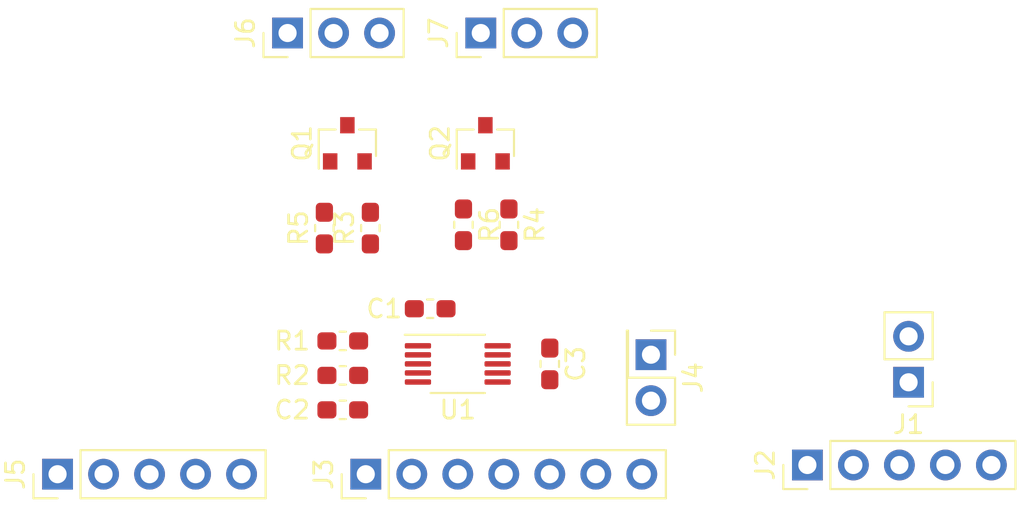
<source format=kicad_pcb>
(kicad_pcb (version 20171130) (host pcbnew "(5.1.6)-1")

  (general
    (thickness 1.6)
    (drawings 0)
    (tracks 0)
    (zones 0)
    (modules 19)
    (nets 19)
  )

  (page A4)
  (layers
    (0 F.Cu signal)
    (31 B.Cu signal)
    (32 B.Adhes user)
    (33 F.Adhes user)
    (34 B.Paste user)
    (35 F.Paste user)
    (36 B.SilkS user)
    (37 F.SilkS user)
    (38 B.Mask user)
    (39 F.Mask user)
    (40 Dwgs.User user)
    (41 Cmts.User user)
    (42 Eco1.User user)
    (43 Eco2.User user)
    (44 Edge.Cuts user)
    (45 Margin user)
    (46 B.CrtYd user)
    (47 F.CrtYd user)
    (48 B.Fab user)
    (49 F.Fab user hide)
  )

  (setup
    (last_trace_width 0.25)
    (trace_clearance 0.2)
    (zone_clearance 0.508)
    (zone_45_only no)
    (trace_min 0.2)
    (via_size 0.8)
    (via_drill 0.4)
    (via_min_size 0.4)
    (via_min_drill 0.3)
    (uvia_size 0.3)
    (uvia_drill 0.1)
    (uvias_allowed no)
    (uvia_min_size 0.2)
    (uvia_min_drill 0.1)
    (edge_width 0.05)
    (segment_width 0.2)
    (pcb_text_width 0.3)
    (pcb_text_size 1.5 1.5)
    (mod_edge_width 0.12)
    (mod_text_size 1 1)
    (mod_text_width 0.15)
    (pad_size 1.524 1.524)
    (pad_drill 0.762)
    (pad_to_mask_clearance 0.05)
    (aux_axis_origin 0 0)
    (visible_elements FFFFFF7F)
    (pcbplotparams
      (layerselection 0x010fc_ffffffff)
      (usegerberextensions false)
      (usegerberattributes true)
      (usegerberadvancedattributes true)
      (creategerberjobfile true)
      (excludeedgelayer true)
      (linewidth 0.100000)
      (plotframeref false)
      (viasonmask false)
      (mode 1)
      (useauxorigin false)
      (hpglpennumber 1)
      (hpglpenspeed 20)
      (hpglpendiameter 15.000000)
      (psnegative false)
      (psa4output false)
      (plotreference true)
      (plotvalue true)
      (plotinvisibletext false)
      (padsonsilk false)
      (subtractmaskfromsilk false)
      (outputformat 1)
      (mirror false)
      (drillshape 1)
      (scaleselection 1)
      (outputdirectory ""))
  )

  (net 0 "")
  (net 1 GND)
  (net 2 "Net-(C1-Pad1)")
  (net 3 /INT)
  (net 4 "Net-(C2-Pad1)")
  (net 5 +3V3)
  (net 6 /VBAT)
  (net 7 /SCL)
  (net 8 /SDA)
  (net 9 /SERVO1)
  (net 10 /SERVO2)
  (net 11 "Net-(J3-Pad5)")
  (net 12 +5V)
  (net 13 "Net-(J4-Pad2)")
  (net 14 "Net-(J4-Pad1)")
  (net 15 /PG)
  (net 16 /EN)
  (net 17 "Net-(J6-Pad1)")
  (net 18 "Net-(J7-Pad1)")

  (net_class Default "This is the default net class."
    (clearance 0.2)
    (trace_width 0.25)
    (via_dia 0.8)
    (via_drill 0.4)
    (uvia_dia 0.3)
    (uvia_drill 0.1)
    (add_net +3V3)
    (add_net +5V)
    (add_net /EN)
    (add_net /INT)
    (add_net /PG)
    (add_net /SCL)
    (add_net /SDA)
    (add_net /SERVO1)
    (add_net /SERVO2)
    (add_net /VBAT)
    (add_net GND)
    (add_net "Net-(C1-Pad1)")
    (add_net "Net-(C2-Pad1)")
    (add_net "Net-(J3-Pad5)")
    (add_net "Net-(J4-Pad1)")
    (add_net "Net-(J4-Pad2)")
    (add_net "Net-(J6-Pad1)")
    (add_net "Net-(J7-Pad1)")
  )

  (module Package_SO:VSSOP-10_3x3mm_P0.5mm (layer F.Cu) (tedit 5D9F72B2) (tstamp 5FAA3B7F)
    (at 93.98 71.12)
    (descr "VSSOP, 10 Pin (http://www.ti.com/lit/ds/symlink/ads1115.pdf), generated with kicad-footprint-generator ipc_gullwing_generator.py")
    (tags "VSSOP SO")
    (path /5FA9BF1E)
    (attr smd)
    (fp_text reference U1 (at 0 2.54) (layer F.SilkS)
      (effects (font (size 1 1) (thickness 0.15)))
    )
    (fp_text value DRV2605 (at 0 2.45) (layer F.Fab)
      (effects (font (size 1 1) (thickness 0.15)))
    )
    (fp_text user %R (at 0 0) (layer F.Fab)
      (effects (font (size 0.75 0.75) (thickness 0.11)))
    )
    (fp_line (start 0 1.61) (end 1.5 1.61) (layer F.SilkS) (width 0.12))
    (fp_line (start 0 1.61) (end -1.5 1.61) (layer F.SilkS) (width 0.12))
    (fp_line (start 0 -1.61) (end 1.5 -1.61) (layer F.SilkS) (width 0.12))
    (fp_line (start 0 -1.61) (end -2.925 -1.61) (layer F.SilkS) (width 0.12))
    (fp_line (start -0.75 -1.5) (end 1.5 -1.5) (layer F.Fab) (width 0.1))
    (fp_line (start 1.5 -1.5) (end 1.5 1.5) (layer F.Fab) (width 0.1))
    (fp_line (start 1.5 1.5) (end -1.5 1.5) (layer F.Fab) (width 0.1))
    (fp_line (start -1.5 1.5) (end -1.5 -0.75) (layer F.Fab) (width 0.1))
    (fp_line (start -1.5 -0.75) (end -0.75 -1.5) (layer F.Fab) (width 0.1))
    (fp_line (start -3.18 -1.75) (end -3.18 1.75) (layer F.CrtYd) (width 0.05))
    (fp_line (start -3.18 1.75) (end 3.18 1.75) (layer F.CrtYd) (width 0.05))
    (fp_line (start 3.18 1.75) (end 3.18 -1.75) (layer F.CrtYd) (width 0.05))
    (fp_line (start 3.18 -1.75) (end -3.18 -1.75) (layer F.CrtYd) (width 0.05))
    (pad 10 smd roundrect (at 2.2 -1) (size 1.45 0.3) (layers F.Cu F.Paste F.Mask) (roundrect_rratio 0.25)
      (net 5 +3V3))
    (pad 9 smd roundrect (at 2.2 -0.5) (size 1.45 0.3) (layers F.Cu F.Paste F.Mask) (roundrect_rratio 0.25)
      (net 14 "Net-(J4-Pad1)"))
    (pad 8 smd roundrect (at 2.2 0) (size 1.45 0.3) (layers F.Cu F.Paste F.Mask) (roundrect_rratio 0.25)
      (net 1 GND))
    (pad 7 smd roundrect (at 2.2 0.5) (size 1.45 0.3) (layers F.Cu F.Paste F.Mask) (roundrect_rratio 0.25)
      (net 13 "Net-(J4-Pad2)"))
    (pad 6 smd roundrect (at 2.2 1) (size 1.45 0.3) (layers F.Cu F.Paste F.Mask) (roundrect_rratio 0.25)
      (net 5 +3V3))
    (pad 5 smd roundrect (at -2.2 1) (size 1.45 0.3) (layers F.Cu F.Paste F.Mask) (roundrect_rratio 0.25)
      (net 5 +3V3))
    (pad 4 smd roundrect (at -2.2 0.5) (size 1.45 0.3) (layers F.Cu F.Paste F.Mask) (roundrect_rratio 0.25)
      (net 4 "Net-(C2-Pad1)"))
    (pad 3 smd roundrect (at -2.2 0) (size 1.45 0.3) (layers F.Cu F.Paste F.Mask) (roundrect_rratio 0.25)
      (net 8 /SDA))
    (pad 2 smd roundrect (at -2.2 -0.5) (size 1.45 0.3) (layers F.Cu F.Paste F.Mask) (roundrect_rratio 0.25)
      (net 7 /SCL))
    (pad 1 smd roundrect (at -2.2 -1) (size 1.45 0.3) (layers F.Cu F.Paste F.Mask) (roundrect_rratio 0.25)
      (net 2 "Net-(C1-Pad1)"))
    (model ${KISYS3DMOD}/Package_SO.3dshapes/VSSOP-10_3x3mm_P0.5mm.wrl
      (at (xyz 0 0 0))
      (scale (xyz 1 1 1))
      (rotate (xyz 0 0 0))
    )
  )

  (module Resistor_SMD:R_0603_1608Metric_Pad1.05x0.95mm_HandSolder (layer F.Cu) (tedit 5B301BBD) (tstamp 5FAA3B63)
    (at 94.294 63.432 270)
    (descr "Resistor SMD 0603 (1608 Metric), square (rectangular) end terminal, IPC_7351 nominal with elongated pad for handsoldering. (Body size source: http://www.tortai-tech.com/upload/download/2011102023233369053.pdf), generated with kicad-footprint-generator")
    (tags "resistor handsolder")
    (path /5FAC402D)
    (attr smd)
    (fp_text reference R6 (at 0 -1.43 90) (layer F.SilkS)
      (effects (font (size 1 1) (thickness 0.15)))
    )
    (fp_text value 10k (at 0 1.43 90) (layer F.Fab)
      (effects (font (size 1 1) (thickness 0.15)))
    )
    (fp_text user %R (at 0 0 90) (layer F.Fab)
      (effects (font (size 0.4 0.4) (thickness 0.06)))
    )
    (fp_line (start -0.8 0.4) (end -0.8 -0.4) (layer F.Fab) (width 0.1))
    (fp_line (start -0.8 -0.4) (end 0.8 -0.4) (layer F.Fab) (width 0.1))
    (fp_line (start 0.8 -0.4) (end 0.8 0.4) (layer F.Fab) (width 0.1))
    (fp_line (start 0.8 0.4) (end -0.8 0.4) (layer F.Fab) (width 0.1))
    (fp_line (start -0.171267 -0.51) (end 0.171267 -0.51) (layer F.SilkS) (width 0.12))
    (fp_line (start -0.171267 0.51) (end 0.171267 0.51) (layer F.SilkS) (width 0.12))
    (fp_line (start -1.65 0.73) (end -1.65 -0.73) (layer F.CrtYd) (width 0.05))
    (fp_line (start -1.65 -0.73) (end 1.65 -0.73) (layer F.CrtYd) (width 0.05))
    (fp_line (start 1.65 -0.73) (end 1.65 0.73) (layer F.CrtYd) (width 0.05))
    (fp_line (start 1.65 0.73) (end -1.65 0.73) (layer F.CrtYd) (width 0.05))
    (pad 2 smd roundrect (at 0.875 0 270) (size 1.05 0.95) (layers F.Cu F.Paste F.Mask) (roundrect_rratio 0.25)
      (net 18 "Net-(J7-Pad1)"))
    (pad 1 smd roundrect (at -0.875 0 270) (size 1.05 0.95) (layers F.Cu F.Paste F.Mask) (roundrect_rratio 0.25)
      (net 12 +5V))
    (model ${KISYS3DMOD}/Resistor_SMD.3dshapes/R_0603_1608Metric.wrl
      (at (xyz 0 0 0))
      (scale (xyz 1 1 1))
      (rotate (xyz 0 0 0))
    )
  )

  (module Resistor_SMD:R_0603_1608Metric_Pad1.05x0.95mm_HandSolder (layer F.Cu) (tedit 5B301BBD) (tstamp 5FAA3F43)
    (at 86.614 63.613 90)
    (descr "Resistor SMD 0603 (1608 Metric), square (rectangular) end terminal, IPC_7351 nominal with elongated pad for handsoldering. (Body size source: http://www.tortai-tech.com/upload/download/2011102023233369053.pdf), generated with kicad-footprint-generator")
    (tags "resistor handsolder")
    (path /5FAAB4AF)
    (attr smd)
    (fp_text reference R5 (at 0 -1.43 90) (layer F.SilkS)
      (effects (font (size 1 1) (thickness 0.15)))
    )
    (fp_text value 10k (at 0 1.43 90) (layer F.Fab)
      (effects (font (size 1 1) (thickness 0.15)))
    )
    (fp_text user %R (at 0 0 90) (layer F.Fab)
      (effects (font (size 0.4 0.4) (thickness 0.06)))
    )
    (fp_line (start -0.8 0.4) (end -0.8 -0.4) (layer F.Fab) (width 0.1))
    (fp_line (start -0.8 -0.4) (end 0.8 -0.4) (layer F.Fab) (width 0.1))
    (fp_line (start 0.8 -0.4) (end 0.8 0.4) (layer F.Fab) (width 0.1))
    (fp_line (start 0.8 0.4) (end -0.8 0.4) (layer F.Fab) (width 0.1))
    (fp_line (start -0.171267 -0.51) (end 0.171267 -0.51) (layer F.SilkS) (width 0.12))
    (fp_line (start -0.171267 0.51) (end 0.171267 0.51) (layer F.SilkS) (width 0.12))
    (fp_line (start -1.65 0.73) (end -1.65 -0.73) (layer F.CrtYd) (width 0.05))
    (fp_line (start -1.65 -0.73) (end 1.65 -0.73) (layer F.CrtYd) (width 0.05))
    (fp_line (start 1.65 -0.73) (end 1.65 0.73) (layer F.CrtYd) (width 0.05))
    (fp_line (start 1.65 0.73) (end -1.65 0.73) (layer F.CrtYd) (width 0.05))
    (pad 2 smd roundrect (at 0.875 0 90) (size 1.05 0.95) (layers F.Cu F.Paste F.Mask) (roundrect_rratio 0.25)
      (net 17 "Net-(J6-Pad1)"))
    (pad 1 smd roundrect (at -0.875 0 90) (size 1.05 0.95) (layers F.Cu F.Paste F.Mask) (roundrect_rratio 0.25)
      (net 12 +5V))
    (model ${KISYS3DMOD}/Resistor_SMD.3dshapes/R_0603_1608Metric.wrl
      (at (xyz 0 0 0))
      (scale (xyz 1 1 1))
      (rotate (xyz 0 0 0))
    )
  )

  (module Resistor_SMD:R_0603_1608Metric_Pad1.05x0.95mm_HandSolder (layer F.Cu) (tedit 5B301BBD) (tstamp 5FAA3B41)
    (at 96.804 63.432 270)
    (descr "Resistor SMD 0603 (1608 Metric), square (rectangular) end terminal, IPC_7351 nominal with elongated pad for handsoldering. (Body size source: http://www.tortai-tech.com/upload/download/2011102023233369053.pdf), generated with kicad-footprint-generator")
    (tags "resistor handsolder")
    (path /5FAC4043)
    (attr smd)
    (fp_text reference R4 (at 0 -1.43 90) (layer F.SilkS)
      (effects (font (size 1 1) (thickness 0.15)))
    )
    (fp_text value 10k (at 0 1.43 90) (layer F.Fab)
      (effects (font (size 1 1) (thickness 0.15)))
    )
    (fp_text user %R (at 0 0 90) (layer F.Fab)
      (effects (font (size 0.4 0.4) (thickness 0.06)))
    )
    (fp_line (start -0.8 0.4) (end -0.8 -0.4) (layer F.Fab) (width 0.1))
    (fp_line (start -0.8 -0.4) (end 0.8 -0.4) (layer F.Fab) (width 0.1))
    (fp_line (start 0.8 -0.4) (end 0.8 0.4) (layer F.Fab) (width 0.1))
    (fp_line (start 0.8 0.4) (end -0.8 0.4) (layer F.Fab) (width 0.1))
    (fp_line (start -0.171267 -0.51) (end 0.171267 -0.51) (layer F.SilkS) (width 0.12))
    (fp_line (start -0.171267 0.51) (end 0.171267 0.51) (layer F.SilkS) (width 0.12))
    (fp_line (start -1.65 0.73) (end -1.65 -0.73) (layer F.CrtYd) (width 0.05))
    (fp_line (start -1.65 -0.73) (end 1.65 -0.73) (layer F.CrtYd) (width 0.05))
    (fp_line (start 1.65 -0.73) (end 1.65 0.73) (layer F.CrtYd) (width 0.05))
    (fp_line (start 1.65 0.73) (end -1.65 0.73) (layer F.CrtYd) (width 0.05))
    (pad 2 smd roundrect (at 0.875 0 270) (size 1.05 0.95) (layers F.Cu F.Paste F.Mask) (roundrect_rratio 0.25)
      (net 1 GND))
    (pad 1 smd roundrect (at -0.875 0 270) (size 1.05 0.95) (layers F.Cu F.Paste F.Mask) (roundrect_rratio 0.25)
      (net 10 /SERVO2))
    (model ${KISYS3DMOD}/Resistor_SMD.3dshapes/R_0603_1608Metric.wrl
      (at (xyz 0 0 0))
      (scale (xyz 1 1 1))
      (rotate (xyz 0 0 0))
    )
  )

  (module Resistor_SMD:R_0603_1608Metric_Pad1.05x0.95mm_HandSolder (layer F.Cu) (tedit 5B301BBD) (tstamp 5FAA3B30)
    (at 89.154 63.613 90)
    (descr "Resistor SMD 0603 (1608 Metric), square (rectangular) end terminal, IPC_7351 nominal with elongated pad for handsoldering. (Body size source: http://www.tortai-tech.com/upload/download/2011102023233369053.pdf), generated with kicad-footprint-generator")
    (tags "resistor handsolder")
    (path /5FAB020A)
    (attr smd)
    (fp_text reference R3 (at 0 -1.43 90) (layer F.SilkS)
      (effects (font (size 1 1) (thickness 0.15)))
    )
    (fp_text value 10k (at 0 1.43 90) (layer F.Fab)
      (effects (font (size 1 1) (thickness 0.15)))
    )
    (fp_text user %R (at 0 0 90) (layer F.Fab)
      (effects (font (size 0.4 0.4) (thickness 0.06)))
    )
    (fp_line (start -0.8 0.4) (end -0.8 -0.4) (layer F.Fab) (width 0.1))
    (fp_line (start -0.8 -0.4) (end 0.8 -0.4) (layer F.Fab) (width 0.1))
    (fp_line (start 0.8 -0.4) (end 0.8 0.4) (layer F.Fab) (width 0.1))
    (fp_line (start 0.8 0.4) (end -0.8 0.4) (layer F.Fab) (width 0.1))
    (fp_line (start -0.171267 -0.51) (end 0.171267 -0.51) (layer F.SilkS) (width 0.12))
    (fp_line (start -0.171267 0.51) (end 0.171267 0.51) (layer F.SilkS) (width 0.12))
    (fp_line (start -1.65 0.73) (end -1.65 -0.73) (layer F.CrtYd) (width 0.05))
    (fp_line (start -1.65 -0.73) (end 1.65 -0.73) (layer F.CrtYd) (width 0.05))
    (fp_line (start 1.65 -0.73) (end 1.65 0.73) (layer F.CrtYd) (width 0.05))
    (fp_line (start 1.65 0.73) (end -1.65 0.73) (layer F.CrtYd) (width 0.05))
    (pad 2 smd roundrect (at 0.875 0 90) (size 1.05 0.95) (layers F.Cu F.Paste F.Mask) (roundrect_rratio 0.25)
      (net 1 GND))
    (pad 1 smd roundrect (at -0.875 0 90) (size 1.05 0.95) (layers F.Cu F.Paste F.Mask) (roundrect_rratio 0.25)
      (net 9 /SERVO1))
    (model ${KISYS3DMOD}/Resistor_SMD.3dshapes/R_0603_1608Metric.wrl
      (at (xyz 0 0 0))
      (scale (xyz 1 1 1))
      (rotate (xyz 0 0 0))
    )
  )

  (module Resistor_SMD:R_0603_1608Metric_Pad1.05x0.95mm_HandSolder (layer F.Cu) (tedit 5B301BBD) (tstamp 5FAA3B1F)
    (at 87.63 71.755)
    (descr "Resistor SMD 0603 (1608 Metric), square (rectangular) end terminal, IPC_7351 nominal with elongated pad for handsoldering. (Body size source: http://www.tortai-tech.com/upload/download/2011102023233369053.pdf), generated with kicad-footprint-generator")
    (tags "resistor handsolder")
    (path /5FAAB80C)
    (attr smd)
    (fp_text reference R2 (at -2.794 0) (layer F.SilkS)
      (effects (font (size 1 1) (thickness 0.15)))
    )
    (fp_text value 10k (at 0 1.43) (layer F.Fab)
      (effects (font (size 1 1) (thickness 0.15)))
    )
    (fp_text user %R (at 0 0) (layer F.Fab)
      (effects (font (size 0.4 0.4) (thickness 0.06)))
    )
    (fp_line (start -0.8 0.4) (end -0.8 -0.4) (layer F.Fab) (width 0.1))
    (fp_line (start -0.8 -0.4) (end 0.8 -0.4) (layer F.Fab) (width 0.1))
    (fp_line (start 0.8 -0.4) (end 0.8 0.4) (layer F.Fab) (width 0.1))
    (fp_line (start 0.8 0.4) (end -0.8 0.4) (layer F.Fab) (width 0.1))
    (fp_line (start -0.171267 -0.51) (end 0.171267 -0.51) (layer F.SilkS) (width 0.12))
    (fp_line (start -0.171267 0.51) (end 0.171267 0.51) (layer F.SilkS) (width 0.12))
    (fp_line (start -1.65 0.73) (end -1.65 -0.73) (layer F.CrtYd) (width 0.05))
    (fp_line (start -1.65 -0.73) (end 1.65 -0.73) (layer F.CrtYd) (width 0.05))
    (fp_line (start 1.65 -0.73) (end 1.65 0.73) (layer F.CrtYd) (width 0.05))
    (fp_line (start 1.65 0.73) (end -1.65 0.73) (layer F.CrtYd) (width 0.05))
    (pad 2 smd roundrect (at 0.875 0) (size 1.05 0.95) (layers F.Cu F.Paste F.Mask) (roundrect_rratio 0.25)
      (net 7 /SCL))
    (pad 1 smd roundrect (at -0.875 0) (size 1.05 0.95) (layers F.Cu F.Paste F.Mask) (roundrect_rratio 0.25)
      (net 5 +3V3))
    (model ${KISYS3DMOD}/Resistor_SMD.3dshapes/R_0603_1608Metric.wrl
      (at (xyz 0 0 0))
      (scale (xyz 1 1 1))
      (rotate (xyz 0 0 0))
    )
  )

  (module Resistor_SMD:R_0603_1608Metric_Pad1.05x0.95mm_HandSolder (layer F.Cu) (tedit 5B301BBD) (tstamp 5FAA3B0E)
    (at 87.63 69.85)
    (descr "Resistor SMD 0603 (1608 Metric), square (rectangular) end terminal, IPC_7351 nominal with elongated pad for handsoldering. (Body size source: http://www.tortai-tech.com/upload/download/2011102023233369053.pdf), generated with kicad-footprint-generator")
    (tags "resistor handsolder")
    (path /5FAAC503)
    (attr smd)
    (fp_text reference R1 (at -2.794 0) (layer F.SilkS)
      (effects (font (size 1 1) (thickness 0.15)))
    )
    (fp_text value 10k (at 0 1.43) (layer F.Fab)
      (effects (font (size 1 1) (thickness 0.15)))
    )
    (fp_text user %R (at 0 0) (layer F.Fab)
      (effects (font (size 0.4 0.4) (thickness 0.06)))
    )
    (fp_line (start -0.8 0.4) (end -0.8 -0.4) (layer F.Fab) (width 0.1))
    (fp_line (start -0.8 -0.4) (end 0.8 -0.4) (layer F.Fab) (width 0.1))
    (fp_line (start 0.8 -0.4) (end 0.8 0.4) (layer F.Fab) (width 0.1))
    (fp_line (start 0.8 0.4) (end -0.8 0.4) (layer F.Fab) (width 0.1))
    (fp_line (start -0.171267 -0.51) (end 0.171267 -0.51) (layer F.SilkS) (width 0.12))
    (fp_line (start -0.171267 0.51) (end 0.171267 0.51) (layer F.SilkS) (width 0.12))
    (fp_line (start -1.65 0.73) (end -1.65 -0.73) (layer F.CrtYd) (width 0.05))
    (fp_line (start -1.65 -0.73) (end 1.65 -0.73) (layer F.CrtYd) (width 0.05))
    (fp_line (start 1.65 -0.73) (end 1.65 0.73) (layer F.CrtYd) (width 0.05))
    (fp_line (start 1.65 0.73) (end -1.65 0.73) (layer F.CrtYd) (width 0.05))
    (pad 2 smd roundrect (at 0.875 0) (size 1.05 0.95) (layers F.Cu F.Paste F.Mask) (roundrect_rratio 0.25)
      (net 8 /SDA))
    (pad 1 smd roundrect (at -0.875 0) (size 1.05 0.95) (layers F.Cu F.Paste F.Mask) (roundrect_rratio 0.25)
      (net 5 +3V3))
    (model ${KISYS3DMOD}/Resistor_SMD.3dshapes/R_0603_1608Metric.wrl
      (at (xyz 0 0 0))
      (scale (xyz 1 1 1))
      (rotate (xyz 0 0 0))
    )
  )

  (module Package_TO_SOT_SMD:SOT-23 (layer F.Cu) (tedit 5A02FF57) (tstamp 5FAA3AFD)
    (at 95.504 58.928 90)
    (descr "SOT-23, Standard")
    (tags SOT-23)
    (path /5FAC4019)
    (attr smd)
    (fp_text reference Q2 (at 0 -2.5 90) (layer F.SilkS)
      (effects (font (size 1 1) (thickness 0.15)))
    )
    (fp_text value BSS123 (at 0 2.5 90) (layer F.Fab)
      (effects (font (size 1 1) (thickness 0.15)))
    )
    (fp_text user %R (at 0 0) (layer F.Fab)
      (effects (font (size 0.5 0.5) (thickness 0.075)))
    )
    (fp_line (start -0.7 -0.95) (end -0.7 1.5) (layer F.Fab) (width 0.1))
    (fp_line (start -0.15 -1.52) (end 0.7 -1.52) (layer F.Fab) (width 0.1))
    (fp_line (start -0.7 -0.95) (end -0.15 -1.52) (layer F.Fab) (width 0.1))
    (fp_line (start 0.7 -1.52) (end 0.7 1.52) (layer F.Fab) (width 0.1))
    (fp_line (start -0.7 1.52) (end 0.7 1.52) (layer F.Fab) (width 0.1))
    (fp_line (start 0.76 1.58) (end 0.76 0.65) (layer F.SilkS) (width 0.12))
    (fp_line (start 0.76 -1.58) (end 0.76 -0.65) (layer F.SilkS) (width 0.12))
    (fp_line (start -1.7 -1.75) (end 1.7 -1.75) (layer F.CrtYd) (width 0.05))
    (fp_line (start 1.7 -1.75) (end 1.7 1.75) (layer F.CrtYd) (width 0.05))
    (fp_line (start 1.7 1.75) (end -1.7 1.75) (layer F.CrtYd) (width 0.05))
    (fp_line (start -1.7 1.75) (end -1.7 -1.75) (layer F.CrtYd) (width 0.05))
    (fp_line (start 0.76 -1.58) (end -1.4 -1.58) (layer F.SilkS) (width 0.12))
    (fp_line (start 0.76 1.58) (end -0.7 1.58) (layer F.SilkS) (width 0.12))
    (pad 3 smd rect (at 1 0 90) (size 0.9 0.8) (layers F.Cu F.Paste F.Mask)
      (net 18 "Net-(J7-Pad1)"))
    (pad 2 smd rect (at -1 0.95 90) (size 0.9 0.8) (layers F.Cu F.Paste F.Mask)
      (net 1 GND))
    (pad 1 smd rect (at -1 -0.95 90) (size 0.9 0.8) (layers F.Cu F.Paste F.Mask)
      (net 10 /SERVO2))
    (model ${KISYS3DMOD}/Package_TO_SOT_SMD.3dshapes/SOT-23.wrl
      (at (xyz 0 0 0))
      (scale (xyz 1 1 1))
      (rotate (xyz 0 0 0))
    )
  )

  (module Package_TO_SOT_SMD:SOT-23 (layer F.Cu) (tedit 5A02FF57) (tstamp 5FAA3AE8)
    (at 87.884 58.928 90)
    (descr "SOT-23, Standard")
    (tags SOT-23)
    (path /5FAA0700)
    (attr smd)
    (fp_text reference Q1 (at 0 -2.5 90) (layer F.SilkS)
      (effects (font (size 1 1) (thickness 0.15)))
    )
    (fp_text value BSS123 (at 0 2.5 90) (layer F.Fab)
      (effects (font (size 1 1) (thickness 0.15)))
    )
    (fp_text user %R (at 0 0) (layer F.Fab)
      (effects (font (size 0.5 0.5) (thickness 0.075)))
    )
    (fp_line (start -0.7 -0.95) (end -0.7 1.5) (layer F.Fab) (width 0.1))
    (fp_line (start -0.15 -1.52) (end 0.7 -1.52) (layer F.Fab) (width 0.1))
    (fp_line (start -0.7 -0.95) (end -0.15 -1.52) (layer F.Fab) (width 0.1))
    (fp_line (start 0.7 -1.52) (end 0.7 1.52) (layer F.Fab) (width 0.1))
    (fp_line (start -0.7 1.52) (end 0.7 1.52) (layer F.Fab) (width 0.1))
    (fp_line (start 0.76 1.58) (end 0.76 0.65) (layer F.SilkS) (width 0.12))
    (fp_line (start 0.76 -1.58) (end 0.76 -0.65) (layer F.SilkS) (width 0.12))
    (fp_line (start -1.7 -1.75) (end 1.7 -1.75) (layer F.CrtYd) (width 0.05))
    (fp_line (start 1.7 -1.75) (end 1.7 1.75) (layer F.CrtYd) (width 0.05))
    (fp_line (start 1.7 1.75) (end -1.7 1.75) (layer F.CrtYd) (width 0.05))
    (fp_line (start -1.7 1.75) (end -1.7 -1.75) (layer F.CrtYd) (width 0.05))
    (fp_line (start 0.76 -1.58) (end -1.4 -1.58) (layer F.SilkS) (width 0.12))
    (fp_line (start 0.76 1.58) (end -0.7 1.58) (layer F.SilkS) (width 0.12))
    (pad 3 smd rect (at 1 0 90) (size 0.9 0.8) (layers F.Cu F.Paste F.Mask)
      (net 17 "Net-(J6-Pad1)"))
    (pad 2 smd rect (at -1 0.95 90) (size 0.9 0.8) (layers F.Cu F.Paste F.Mask)
      (net 1 GND))
    (pad 1 smd rect (at -1 -0.95 90) (size 0.9 0.8) (layers F.Cu F.Paste F.Mask)
      (net 9 /SERVO1))
    (model ${KISYS3DMOD}/Package_TO_SOT_SMD.3dshapes/SOT-23.wrl
      (at (xyz 0 0 0))
      (scale (xyz 1 1 1))
      (rotate (xyz 0 0 0))
    )
  )

  (module Connector_PinHeader_2.54mm:PinHeader_1x03_P2.54mm_Vertical (layer F.Cu) (tedit 59FED5CC) (tstamp 5FAA3AD3)
    (at 95.25 52.832 90)
    (descr "Through hole straight pin header, 1x03, 2.54mm pitch, single row")
    (tags "Through hole pin header THT 1x03 2.54mm single row")
    (path /5FAC405E)
    (fp_text reference J7 (at 0 -2.33 90) (layer F.SilkS)
      (effects (font (size 1 1) (thickness 0.15)))
    )
    (fp_text value Conn_01x03 (at 0 7.41 90) (layer F.Fab)
      (effects (font (size 1 1) (thickness 0.15)))
    )
    (fp_text user %R (at 0 2.54) (layer F.Fab)
      (effects (font (size 1 1) (thickness 0.15)))
    )
    (fp_line (start -0.635 -1.27) (end 1.27 -1.27) (layer F.Fab) (width 0.1))
    (fp_line (start 1.27 -1.27) (end 1.27 6.35) (layer F.Fab) (width 0.1))
    (fp_line (start 1.27 6.35) (end -1.27 6.35) (layer F.Fab) (width 0.1))
    (fp_line (start -1.27 6.35) (end -1.27 -0.635) (layer F.Fab) (width 0.1))
    (fp_line (start -1.27 -0.635) (end -0.635 -1.27) (layer F.Fab) (width 0.1))
    (fp_line (start -1.33 6.41) (end 1.33 6.41) (layer F.SilkS) (width 0.12))
    (fp_line (start -1.33 1.27) (end -1.33 6.41) (layer F.SilkS) (width 0.12))
    (fp_line (start 1.33 1.27) (end 1.33 6.41) (layer F.SilkS) (width 0.12))
    (fp_line (start -1.33 1.27) (end 1.33 1.27) (layer F.SilkS) (width 0.12))
    (fp_line (start -1.33 0) (end -1.33 -1.33) (layer F.SilkS) (width 0.12))
    (fp_line (start -1.33 -1.33) (end 0 -1.33) (layer F.SilkS) (width 0.12))
    (fp_line (start -1.8 -1.8) (end -1.8 6.85) (layer F.CrtYd) (width 0.05))
    (fp_line (start -1.8 6.85) (end 1.8 6.85) (layer F.CrtYd) (width 0.05))
    (fp_line (start 1.8 6.85) (end 1.8 -1.8) (layer F.CrtYd) (width 0.05))
    (fp_line (start 1.8 -1.8) (end -1.8 -1.8) (layer F.CrtYd) (width 0.05))
    (pad 3 thru_hole oval (at 0 5.08 90) (size 1.7 1.7) (drill 1) (layers *.Cu *.Mask)
      (net 1 GND))
    (pad 2 thru_hole oval (at 0 2.54 90) (size 1.7 1.7) (drill 1) (layers *.Cu *.Mask)
      (net 12 +5V))
    (pad 1 thru_hole rect (at 0 0 90) (size 1.7 1.7) (drill 1) (layers *.Cu *.Mask)
      (net 18 "Net-(J7-Pad1)"))
    (model ${KISYS3DMOD}/Connector_PinHeader_2.54mm.3dshapes/PinHeader_1x03_P2.54mm_Vertical.wrl
      (at (xyz 0 0 0))
      (scale (xyz 1 1 1))
      (rotate (xyz 0 0 0))
    )
  )

  (module Connector_PinHeader_2.54mm:PinHeader_1x03_P2.54mm_Vertical (layer F.Cu) (tedit 59FED5CC) (tstamp 5FAA3ABC)
    (at 84.582 52.832 90)
    (descr "Through hole straight pin header, 1x03, 2.54mm pitch, single row")
    (tags "Through hole pin header THT 1x03 2.54mm single row")
    (path /5FABAFEE)
    (fp_text reference J6 (at 0 -2.33 90) (layer F.SilkS)
      (effects (font (size 1 1) (thickness 0.15)))
    )
    (fp_text value Conn_01x03 (at 0 7.41 90) (layer F.Fab)
      (effects (font (size 1 1) (thickness 0.15)))
    )
    (fp_text user %R (at 0 2.54) (layer F.Fab)
      (effects (font (size 1 1) (thickness 0.15)))
    )
    (fp_line (start -0.635 -1.27) (end 1.27 -1.27) (layer F.Fab) (width 0.1))
    (fp_line (start 1.27 -1.27) (end 1.27 6.35) (layer F.Fab) (width 0.1))
    (fp_line (start 1.27 6.35) (end -1.27 6.35) (layer F.Fab) (width 0.1))
    (fp_line (start -1.27 6.35) (end -1.27 -0.635) (layer F.Fab) (width 0.1))
    (fp_line (start -1.27 -0.635) (end -0.635 -1.27) (layer F.Fab) (width 0.1))
    (fp_line (start -1.33 6.41) (end 1.33 6.41) (layer F.SilkS) (width 0.12))
    (fp_line (start -1.33 1.27) (end -1.33 6.41) (layer F.SilkS) (width 0.12))
    (fp_line (start 1.33 1.27) (end 1.33 6.41) (layer F.SilkS) (width 0.12))
    (fp_line (start -1.33 1.27) (end 1.33 1.27) (layer F.SilkS) (width 0.12))
    (fp_line (start -1.33 0) (end -1.33 -1.33) (layer F.SilkS) (width 0.12))
    (fp_line (start -1.33 -1.33) (end 0 -1.33) (layer F.SilkS) (width 0.12))
    (fp_line (start -1.8 -1.8) (end -1.8 6.85) (layer F.CrtYd) (width 0.05))
    (fp_line (start -1.8 6.85) (end 1.8 6.85) (layer F.CrtYd) (width 0.05))
    (fp_line (start 1.8 6.85) (end 1.8 -1.8) (layer F.CrtYd) (width 0.05))
    (fp_line (start 1.8 -1.8) (end -1.8 -1.8) (layer F.CrtYd) (width 0.05))
    (pad 3 thru_hole oval (at 0 5.08 90) (size 1.7 1.7) (drill 1) (layers *.Cu *.Mask)
      (net 1 GND))
    (pad 2 thru_hole oval (at 0 2.54 90) (size 1.7 1.7) (drill 1) (layers *.Cu *.Mask)
      (net 12 +5V))
    (pad 1 thru_hole rect (at 0 0 90) (size 1.7 1.7) (drill 1) (layers *.Cu *.Mask)
      (net 17 "Net-(J6-Pad1)"))
    (model ${KISYS3DMOD}/Connector_PinHeader_2.54mm.3dshapes/PinHeader_1x03_P2.54mm_Vertical.wrl
      (at (xyz 0 0 0))
      (scale (xyz 1 1 1))
      (rotate (xyz 0 0 0))
    )
  )

  (module Connector_PinHeader_2.54mm:PinHeader_1x05_P2.54mm_Vertical (layer F.Cu) (tedit 59FED5CC) (tstamp 5FAA3AA5)
    (at 71.882 77.216 90)
    (descr "Through hole straight pin header, 1x05, 2.54mm pitch, single row")
    (tags "Through hole pin header THT 1x05 2.54mm single row")
    (path /5FAD3E6C)
    (fp_text reference J5 (at 0 -2.33 90) (layer F.SilkS)
      (effects (font (size 1 1) (thickness 0.15)))
    )
    (fp_text value Conn_01x05 (at 0 12.49 90) (layer F.Fab)
      (effects (font (size 1 1) (thickness 0.15)))
    )
    (fp_text user %R (at 0 5.08) (layer F.Fab)
      (effects (font (size 1 1) (thickness 0.15)))
    )
    (fp_line (start -0.635 -1.27) (end 1.27 -1.27) (layer F.Fab) (width 0.1))
    (fp_line (start 1.27 -1.27) (end 1.27 11.43) (layer F.Fab) (width 0.1))
    (fp_line (start 1.27 11.43) (end -1.27 11.43) (layer F.Fab) (width 0.1))
    (fp_line (start -1.27 11.43) (end -1.27 -0.635) (layer F.Fab) (width 0.1))
    (fp_line (start -1.27 -0.635) (end -0.635 -1.27) (layer F.Fab) (width 0.1))
    (fp_line (start -1.33 11.49) (end 1.33 11.49) (layer F.SilkS) (width 0.12))
    (fp_line (start -1.33 1.27) (end -1.33 11.49) (layer F.SilkS) (width 0.12))
    (fp_line (start 1.33 1.27) (end 1.33 11.49) (layer F.SilkS) (width 0.12))
    (fp_line (start -1.33 1.27) (end 1.33 1.27) (layer F.SilkS) (width 0.12))
    (fp_line (start -1.33 0) (end -1.33 -1.33) (layer F.SilkS) (width 0.12))
    (fp_line (start -1.33 -1.33) (end 0 -1.33) (layer F.SilkS) (width 0.12))
    (fp_line (start -1.8 -1.8) (end -1.8 11.95) (layer F.CrtYd) (width 0.05))
    (fp_line (start -1.8 11.95) (end 1.8 11.95) (layer F.CrtYd) (width 0.05))
    (fp_line (start 1.8 11.95) (end 1.8 -1.8) (layer F.CrtYd) (width 0.05))
    (fp_line (start 1.8 -1.8) (end -1.8 -1.8) (layer F.CrtYd) (width 0.05))
    (pad 5 thru_hole oval (at 0 10.16 90) (size 1.7 1.7) (drill 1) (layers *.Cu *.Mask)
      (net 15 /PG))
    (pad 4 thru_hole oval (at 0 7.62 90) (size 1.7 1.7) (drill 1) (layers *.Cu *.Mask)
      (net 16 /EN))
    (pad 3 thru_hole oval (at 0 5.08 90) (size 1.7 1.7) (drill 1) (layers *.Cu *.Mask)
      (net 6 /VBAT))
    (pad 2 thru_hole oval (at 0 2.54 90) (size 1.7 1.7) (drill 1) (layers *.Cu *.Mask)
      (net 1 GND))
    (pad 1 thru_hole rect (at 0 0 90) (size 1.7 1.7) (drill 1) (layers *.Cu *.Mask)
      (net 12 +5V))
    (model ${KISYS3DMOD}/Connector_PinHeader_2.54mm.3dshapes/PinHeader_1x05_P2.54mm_Vertical.wrl
      (at (xyz 0 0 0))
      (scale (xyz 1 1 1))
      (rotate (xyz 0 0 0))
    )
  )

  (module Connector_PinHeader_2.54mm:PinHeader_2x01_P2.54mm_Vertical (layer F.Cu) (tedit 59FED5CC) (tstamp 5FAA3A8C)
    (at 104.648 70.612 270)
    (descr "Through hole straight pin header, 2x01, 2.54mm pitch, double rows")
    (tags "Through hole pin header THT 2x01 2.54mm double row")
    (path /5FADBF4F)
    (fp_text reference J4 (at 1.27 -2.33 90) (layer F.SilkS)
      (effects (font (size 1 1) (thickness 0.15)))
    )
    (fp_text value Conn_01x02 (at 1.27 2.33 90) (layer F.Fab)
      (effects (font (size 1 1) (thickness 0.15)))
    )
    (fp_text user %R (at 1.27 0) (layer F.Fab)
      (effects (font (size 1 1) (thickness 0.15)))
    )
    (fp_line (start 0 -1.27) (end 3.81 -1.27) (layer F.Fab) (width 0.1))
    (fp_line (start 3.81 -1.27) (end 3.81 1.27) (layer F.Fab) (width 0.1))
    (fp_line (start 3.81 1.27) (end -1.27 1.27) (layer F.Fab) (width 0.1))
    (fp_line (start -1.27 1.27) (end -1.27 0) (layer F.Fab) (width 0.1))
    (fp_line (start -1.27 0) (end 0 -1.27) (layer F.Fab) (width 0.1))
    (fp_line (start -1.33 1.33) (end 3.87 1.33) (layer F.SilkS) (width 0.12))
    (fp_line (start -1.33 1.27) (end -1.33 1.33) (layer F.SilkS) (width 0.12))
    (fp_line (start 3.87 -1.33) (end 3.87 1.33) (layer F.SilkS) (width 0.12))
    (fp_line (start -1.33 1.27) (end 1.27 1.27) (layer F.SilkS) (width 0.12))
    (fp_line (start 1.27 1.27) (end 1.27 -1.33) (layer F.SilkS) (width 0.12))
    (fp_line (start 1.27 -1.33) (end 3.87 -1.33) (layer F.SilkS) (width 0.12))
    (fp_line (start -1.33 0) (end -1.33 -1.33) (layer F.SilkS) (width 0.12))
    (fp_line (start -1.33 -1.33) (end 0 -1.33) (layer F.SilkS) (width 0.12))
    (fp_line (start -1.8 -1.8) (end -1.8 1.8) (layer F.CrtYd) (width 0.05))
    (fp_line (start -1.8 1.8) (end 4.35 1.8) (layer F.CrtYd) (width 0.05))
    (fp_line (start 4.35 1.8) (end 4.35 -1.8) (layer F.CrtYd) (width 0.05))
    (fp_line (start 4.35 -1.8) (end -1.8 -1.8) (layer F.CrtYd) (width 0.05))
    (pad 2 thru_hole oval (at 2.54 0 270) (size 1.7 1.7) (drill 1) (layers *.Cu *.Mask)
      (net 13 "Net-(J4-Pad2)"))
    (pad 1 thru_hole rect (at 0 0 270) (size 1.7 1.7) (drill 1) (layers *.Cu *.Mask)
      (net 14 "Net-(J4-Pad1)"))
    (model ${KISYS3DMOD}/Connector_PinHeader_2.54mm.3dshapes/PinHeader_2x01_P2.54mm_Vertical.wrl
      (at (xyz 0 0 0))
      (scale (xyz 1 1 1))
      (rotate (xyz 0 0 0))
    )
  )

  (module Connector_PinHeader_2.54mm:PinHeader_1x07_P2.54mm_Vertical (layer F.Cu) (tedit 59FED5CC) (tstamp 5FAA3A74)
    (at 88.9 77.216 90)
    (descr "Through hole straight pin header, 1x07, 2.54mm pitch, single row")
    (tags "Through hole pin header THT 1x07 2.54mm single row")
    (path /5FB2A376)
    (fp_text reference J3 (at 0 -2.33 90) (layer F.SilkS)
      (effects (font (size 1 1) (thickness 0.15)))
    )
    (fp_text value Conn_01x07 (at 0 17.57 90) (layer F.Fab)
      (effects (font (size 1 1) (thickness 0.15)))
    )
    (fp_text user %R (at 0 7.62) (layer F.Fab)
      (effects (font (size 1 1) (thickness 0.15)))
    )
    (fp_line (start -0.635 -1.27) (end 1.27 -1.27) (layer F.Fab) (width 0.1))
    (fp_line (start 1.27 -1.27) (end 1.27 16.51) (layer F.Fab) (width 0.1))
    (fp_line (start 1.27 16.51) (end -1.27 16.51) (layer F.Fab) (width 0.1))
    (fp_line (start -1.27 16.51) (end -1.27 -0.635) (layer F.Fab) (width 0.1))
    (fp_line (start -1.27 -0.635) (end -0.635 -1.27) (layer F.Fab) (width 0.1))
    (fp_line (start -1.33 16.57) (end 1.33 16.57) (layer F.SilkS) (width 0.12))
    (fp_line (start -1.33 1.27) (end -1.33 16.57) (layer F.SilkS) (width 0.12))
    (fp_line (start 1.33 1.27) (end 1.33 16.57) (layer F.SilkS) (width 0.12))
    (fp_line (start -1.33 1.27) (end 1.33 1.27) (layer F.SilkS) (width 0.12))
    (fp_line (start -1.33 0) (end -1.33 -1.33) (layer F.SilkS) (width 0.12))
    (fp_line (start -1.33 -1.33) (end 0 -1.33) (layer F.SilkS) (width 0.12))
    (fp_line (start -1.8 -1.8) (end -1.8 17.05) (layer F.CrtYd) (width 0.05))
    (fp_line (start -1.8 17.05) (end 1.8 17.05) (layer F.CrtYd) (width 0.05))
    (fp_line (start 1.8 17.05) (end 1.8 -1.8) (layer F.CrtYd) (width 0.05))
    (fp_line (start 1.8 -1.8) (end -1.8 -1.8) (layer F.CrtYd) (width 0.05))
    (pad 7 thru_hole oval (at 0 15.24 90) (size 1.7 1.7) (drill 1) (layers *.Cu *.Mask)
      (net 5 +3V3))
    (pad 6 thru_hole oval (at 0 12.7 90) (size 1.7 1.7) (drill 1) (layers *.Cu *.Mask)
      (net 5 +3V3))
    (pad 5 thru_hole oval (at 0 10.16 90) (size 1.7 1.7) (drill 1) (layers *.Cu *.Mask)
      (net 11 "Net-(J3-Pad5)"))
    (pad 4 thru_hole oval (at 0 7.62 90) (size 1.7 1.7) (drill 1) (layers *.Cu *.Mask)
      (net 5 +3V3))
    (pad 3 thru_hole oval (at 0 5.08 90) (size 1.7 1.7) (drill 1) (layers *.Cu *.Mask)
      (net 12 +5V))
    (pad 2 thru_hole oval (at 0 2.54 90) (size 1.7 1.7) (drill 1) (layers *.Cu *.Mask)
      (net 1 GND))
    (pad 1 thru_hole rect (at 0 0 90) (size 1.7 1.7) (drill 1) (layers *.Cu *.Mask)
      (net 1 GND))
    (model ${KISYS3DMOD}/Connector_PinHeader_2.54mm.3dshapes/PinHeader_1x07_P2.54mm_Vertical.wrl
      (at (xyz 0 0 0))
      (scale (xyz 1 1 1))
      (rotate (xyz 0 0 0))
    )
  )

  (module Connector_PinHeader_2.54mm:PinHeader_1x05_P2.54mm_Vertical (layer F.Cu) (tedit 59FED5CC) (tstamp 5FAA3A59)
    (at 113.284 76.708 90)
    (descr "Through hole straight pin header, 1x05, 2.54mm pitch, single row")
    (tags "Through hole pin header THT 1x05 2.54mm single row")
    (path /5FB32D8E)
    (fp_text reference J2 (at 0 -2.33 90) (layer F.SilkS)
      (effects (font (size 1 1) (thickness 0.15)))
    )
    (fp_text value Conn_01x05 (at 0 12.49 90) (layer F.Fab)
      (effects (font (size 1 1) (thickness 0.15)))
    )
    (fp_text user %R (at 0 5.08) (layer F.Fab)
      (effects (font (size 1 1) (thickness 0.15)))
    )
    (fp_line (start -0.635 -1.27) (end 1.27 -1.27) (layer F.Fab) (width 0.1))
    (fp_line (start 1.27 -1.27) (end 1.27 11.43) (layer F.Fab) (width 0.1))
    (fp_line (start 1.27 11.43) (end -1.27 11.43) (layer F.Fab) (width 0.1))
    (fp_line (start -1.27 11.43) (end -1.27 -0.635) (layer F.Fab) (width 0.1))
    (fp_line (start -1.27 -0.635) (end -0.635 -1.27) (layer F.Fab) (width 0.1))
    (fp_line (start -1.33 11.49) (end 1.33 11.49) (layer F.SilkS) (width 0.12))
    (fp_line (start -1.33 1.27) (end -1.33 11.49) (layer F.SilkS) (width 0.12))
    (fp_line (start 1.33 1.27) (end 1.33 11.49) (layer F.SilkS) (width 0.12))
    (fp_line (start -1.33 1.27) (end 1.33 1.27) (layer F.SilkS) (width 0.12))
    (fp_line (start -1.33 0) (end -1.33 -1.33) (layer F.SilkS) (width 0.12))
    (fp_line (start -1.33 -1.33) (end 0 -1.33) (layer F.SilkS) (width 0.12))
    (fp_line (start -1.8 -1.8) (end -1.8 11.95) (layer F.CrtYd) (width 0.05))
    (fp_line (start -1.8 11.95) (end 1.8 11.95) (layer F.CrtYd) (width 0.05))
    (fp_line (start 1.8 11.95) (end 1.8 -1.8) (layer F.CrtYd) (width 0.05))
    (fp_line (start 1.8 -1.8) (end -1.8 -1.8) (layer F.CrtYd) (width 0.05))
    (pad 5 thru_hole oval (at 0 10.16 90) (size 1.7 1.7) (drill 1) (layers *.Cu *.Mask)
      (net 7 /SCL))
    (pad 4 thru_hole oval (at 0 7.62 90) (size 1.7 1.7) (drill 1) (layers *.Cu *.Mask)
      (net 8 /SDA))
    (pad 3 thru_hole oval (at 0 5.08 90) (size 1.7 1.7) (drill 1) (layers *.Cu *.Mask)
      (net 3 /INT))
    (pad 2 thru_hole oval (at 0 2.54 90) (size 1.7 1.7) (drill 1) (layers *.Cu *.Mask)
      (net 9 /SERVO1))
    (pad 1 thru_hole rect (at 0 0 90) (size 1.7 1.7) (drill 1) (layers *.Cu *.Mask)
      (net 10 /SERVO2))
    (model ${KISYS3DMOD}/Connector_PinHeader_2.54mm.3dshapes/PinHeader_1x05_P2.54mm_Vertical.wrl
      (at (xyz 0 0 0))
      (scale (xyz 1 1 1))
      (rotate (xyz 0 0 0))
    )
  )

  (module Connector_PinHeader_2.54mm:PinHeader_1x02_P2.54mm_Vertical (layer F.Cu) (tedit 59FED5CC) (tstamp 5FAA3A40)
    (at 118.872 72.136 180)
    (descr "Through hole straight pin header, 1x02, 2.54mm pitch, single row")
    (tags "Through hole pin header THT 1x02 2.54mm single row")
    (path /5FAA616E)
    (fp_text reference J1 (at 0 -2.33) (layer F.SilkS)
      (effects (font (size 1 1) (thickness 0.15)))
    )
    (fp_text value Conn_01x02 (at 0 4.87) (layer F.Fab)
      (effects (font (size 1 1) (thickness 0.15)))
    )
    (fp_text user %R (at 0 1.27 90) (layer F.Fab)
      (effects (font (size 1 1) (thickness 0.15)))
    )
    (fp_line (start -0.635 -1.27) (end 1.27 -1.27) (layer F.Fab) (width 0.1))
    (fp_line (start 1.27 -1.27) (end 1.27 3.81) (layer F.Fab) (width 0.1))
    (fp_line (start 1.27 3.81) (end -1.27 3.81) (layer F.Fab) (width 0.1))
    (fp_line (start -1.27 3.81) (end -1.27 -0.635) (layer F.Fab) (width 0.1))
    (fp_line (start -1.27 -0.635) (end -0.635 -1.27) (layer F.Fab) (width 0.1))
    (fp_line (start -1.33 3.87) (end 1.33 3.87) (layer F.SilkS) (width 0.12))
    (fp_line (start -1.33 1.27) (end -1.33 3.87) (layer F.SilkS) (width 0.12))
    (fp_line (start 1.33 1.27) (end 1.33 3.87) (layer F.SilkS) (width 0.12))
    (fp_line (start -1.33 1.27) (end 1.33 1.27) (layer F.SilkS) (width 0.12))
    (fp_line (start -1.33 0) (end -1.33 -1.33) (layer F.SilkS) (width 0.12))
    (fp_line (start -1.33 -1.33) (end 0 -1.33) (layer F.SilkS) (width 0.12))
    (fp_line (start -1.8 -1.8) (end -1.8 4.35) (layer F.CrtYd) (width 0.05))
    (fp_line (start -1.8 4.35) (end 1.8 4.35) (layer F.CrtYd) (width 0.05))
    (fp_line (start 1.8 4.35) (end 1.8 -1.8) (layer F.CrtYd) (width 0.05))
    (fp_line (start 1.8 -1.8) (end -1.8 -1.8) (layer F.CrtYd) (width 0.05))
    (pad 2 thru_hole oval (at 0 2.54 180) (size 1.7 1.7) (drill 1) (layers *.Cu *.Mask)
      (net 1 GND))
    (pad 1 thru_hole rect (at 0 0 180) (size 1.7 1.7) (drill 1) (layers *.Cu *.Mask)
      (net 6 /VBAT))
    (model ${KISYS3DMOD}/Connector_PinHeader_2.54mm.3dshapes/PinHeader_1x02_P2.54mm_Vertical.wrl
      (at (xyz 0 0 0))
      (scale (xyz 1 1 1))
      (rotate (xyz 0 0 0))
    )
  )

  (module Capacitor_SMD:C_0603_1608Metric_Pad1.05x0.95mm_HandSolder (layer F.Cu) (tedit 5B301BBE) (tstamp 5FAA3A2A)
    (at 99.06 71.12 270)
    (descr "Capacitor SMD 0603 (1608 Metric), square (rectangular) end terminal, IPC_7351 nominal with elongated pad for handsoldering. (Body size source: http://www.tortai-tech.com/upload/download/2011102023233369053.pdf), generated with kicad-footprint-generator")
    (tags "capacitor handsolder")
    (path /5FA9D475)
    (attr smd)
    (fp_text reference C3 (at 0 -1.43 90) (layer F.SilkS)
      (effects (font (size 1 1) (thickness 0.15)))
    )
    (fp_text value 1u (at 0 1.43 90) (layer F.Fab)
      (effects (font (size 1 1) (thickness 0.15)))
    )
    (fp_text user %R (at 0 0 90) (layer F.Fab)
      (effects (font (size 0.4 0.4) (thickness 0.06)))
    )
    (fp_line (start -0.8 0.4) (end -0.8 -0.4) (layer F.Fab) (width 0.1))
    (fp_line (start -0.8 -0.4) (end 0.8 -0.4) (layer F.Fab) (width 0.1))
    (fp_line (start 0.8 -0.4) (end 0.8 0.4) (layer F.Fab) (width 0.1))
    (fp_line (start 0.8 0.4) (end -0.8 0.4) (layer F.Fab) (width 0.1))
    (fp_line (start -0.171267 -0.51) (end 0.171267 -0.51) (layer F.SilkS) (width 0.12))
    (fp_line (start -0.171267 0.51) (end 0.171267 0.51) (layer F.SilkS) (width 0.12))
    (fp_line (start -1.65 0.73) (end -1.65 -0.73) (layer F.CrtYd) (width 0.05))
    (fp_line (start -1.65 -0.73) (end 1.65 -0.73) (layer F.CrtYd) (width 0.05))
    (fp_line (start 1.65 -0.73) (end 1.65 0.73) (layer F.CrtYd) (width 0.05))
    (fp_line (start 1.65 0.73) (end -1.65 0.73) (layer F.CrtYd) (width 0.05))
    (pad 2 smd roundrect (at 0.875 0 270) (size 1.05 0.95) (layers F.Cu F.Paste F.Mask) (roundrect_rratio 0.25)
      (net 1 GND))
    (pad 1 smd roundrect (at -0.875 0 270) (size 1.05 0.95) (layers F.Cu F.Paste F.Mask) (roundrect_rratio 0.25)
      (net 5 +3V3))
    (model ${KISYS3DMOD}/Capacitor_SMD.3dshapes/C_0603_1608Metric.wrl
      (at (xyz 0 0 0))
      (scale (xyz 1 1 1))
      (rotate (xyz 0 0 0))
    )
  )

  (module Capacitor_SMD:C_0603_1608Metric_Pad1.05x0.95mm_HandSolder (layer F.Cu) (tedit 5B301BBE) (tstamp 5FAA3A19)
    (at 87.63 73.66)
    (descr "Capacitor SMD 0603 (1608 Metric), square (rectangular) end terminal, IPC_7351 nominal with elongated pad for handsoldering. (Body size source: http://www.tortai-tech.com/upload/download/2011102023233369053.pdf), generated with kicad-footprint-generator")
    (tags "capacitor handsolder")
    (path /5FADB5BE)
    (attr smd)
    (fp_text reference C2 (at -2.794 0) (layer F.SilkS)
      (effects (font (size 1 1) (thickness 0.15)))
    )
    (fp_text value 1u (at 0 1.43) (layer F.Fab)
      (effects (font (size 1 1) (thickness 0.15)))
    )
    (fp_text user %R (at 0 0) (layer F.Fab)
      (effects (font (size 0.4 0.4) (thickness 0.06)))
    )
    (fp_line (start -0.8 0.4) (end -0.8 -0.4) (layer F.Fab) (width 0.1))
    (fp_line (start -0.8 -0.4) (end 0.8 -0.4) (layer F.Fab) (width 0.1))
    (fp_line (start 0.8 -0.4) (end 0.8 0.4) (layer F.Fab) (width 0.1))
    (fp_line (start 0.8 0.4) (end -0.8 0.4) (layer F.Fab) (width 0.1))
    (fp_line (start -0.171267 -0.51) (end 0.171267 -0.51) (layer F.SilkS) (width 0.12))
    (fp_line (start -0.171267 0.51) (end 0.171267 0.51) (layer F.SilkS) (width 0.12))
    (fp_line (start -1.65 0.73) (end -1.65 -0.73) (layer F.CrtYd) (width 0.05))
    (fp_line (start -1.65 -0.73) (end 1.65 -0.73) (layer F.CrtYd) (width 0.05))
    (fp_line (start 1.65 -0.73) (end 1.65 0.73) (layer F.CrtYd) (width 0.05))
    (fp_line (start 1.65 0.73) (end -1.65 0.73) (layer F.CrtYd) (width 0.05))
    (pad 2 smd roundrect (at 0.875 0) (size 1.05 0.95) (layers F.Cu F.Paste F.Mask) (roundrect_rratio 0.25)
      (net 3 /INT))
    (pad 1 smd roundrect (at -0.875 0) (size 1.05 0.95) (layers F.Cu F.Paste F.Mask) (roundrect_rratio 0.25)
      (net 4 "Net-(C2-Pad1)"))
    (model ${KISYS3DMOD}/Capacitor_SMD.3dshapes/C_0603_1608Metric.wrl
      (at (xyz 0 0 0))
      (scale (xyz 1 1 1))
      (rotate (xyz 0 0 0))
    )
  )

  (module Capacitor_SMD:C_0603_1608Metric_Pad1.05x0.95mm_HandSolder (layer F.Cu) (tedit 5B301BBE) (tstamp 5FAA3A08)
    (at 92.456 68.072)
    (descr "Capacitor SMD 0603 (1608 Metric), square (rectangular) end terminal, IPC_7351 nominal with elongated pad for handsoldering. (Body size source: http://www.tortai-tech.com/upload/download/2011102023233369053.pdf), generated with kicad-footprint-generator")
    (tags "capacitor handsolder")
    (path /5FA9E888)
    (attr smd)
    (fp_text reference C1 (at -2.54 0) (layer F.SilkS)
      (effects (font (size 1 1) (thickness 0.15)))
    )
    (fp_text value 1u (at 0 1.43) (layer F.Fab)
      (effects (font (size 1 1) (thickness 0.15)))
    )
    (fp_text user %R (at 0 0) (layer F.Fab)
      (effects (font (size 0.4 0.4) (thickness 0.06)))
    )
    (fp_line (start -0.8 0.4) (end -0.8 -0.4) (layer F.Fab) (width 0.1))
    (fp_line (start -0.8 -0.4) (end 0.8 -0.4) (layer F.Fab) (width 0.1))
    (fp_line (start 0.8 -0.4) (end 0.8 0.4) (layer F.Fab) (width 0.1))
    (fp_line (start 0.8 0.4) (end -0.8 0.4) (layer F.Fab) (width 0.1))
    (fp_line (start -0.171267 -0.51) (end 0.171267 -0.51) (layer F.SilkS) (width 0.12))
    (fp_line (start -0.171267 0.51) (end 0.171267 0.51) (layer F.SilkS) (width 0.12))
    (fp_line (start -1.65 0.73) (end -1.65 -0.73) (layer F.CrtYd) (width 0.05))
    (fp_line (start -1.65 -0.73) (end 1.65 -0.73) (layer F.CrtYd) (width 0.05))
    (fp_line (start 1.65 -0.73) (end 1.65 0.73) (layer F.CrtYd) (width 0.05))
    (fp_line (start 1.65 0.73) (end -1.65 0.73) (layer F.CrtYd) (width 0.05))
    (pad 2 smd roundrect (at 0.875 0) (size 1.05 0.95) (layers F.Cu F.Paste F.Mask) (roundrect_rratio 0.25)
      (net 1 GND))
    (pad 1 smd roundrect (at -0.875 0) (size 1.05 0.95) (layers F.Cu F.Paste F.Mask) (roundrect_rratio 0.25)
      (net 2 "Net-(C1-Pad1)"))
    (model ${KISYS3DMOD}/Capacitor_SMD.3dshapes/C_0603_1608Metric.wrl
      (at (xyz 0 0 0))
      (scale (xyz 1 1 1))
      (rotate (xyz 0 0 0))
    )
  )

)

</source>
